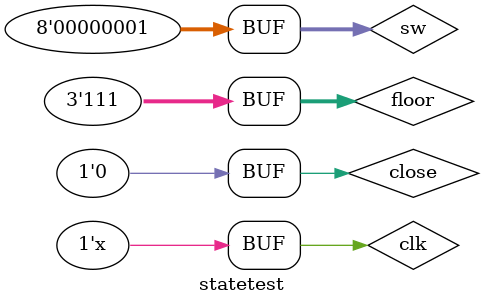
<source format=v>
`timescale 1ns / 1ps


module statetest;

	// Inputs
	reg [7:0] sw;
	reg close;
	reg clk;
	reg [2:0] floor;

	// Outputs
	wire dir;
	wire door;

	// Instantiate the Unit Under Test (UUT)
	
	state uut (
		.sw(sw), 
		.close(close), 
		.clk(clk), 
		.floor(floor), 
		.dir(dir), 
		.door(door)
	);

	initial begin
		// Initialize Inputs
		sw = 0;
		close = 0;
		clk = 0;
		floor = 0;

		// Wait 100 ns for global reset to finish
		#100;
		
		sw = 8'b10000000;
		#5000;
		close = 1;
		#100;
		close = 0;
		
		#5000 floor = 3'b111;
		
		#5000 sw = 8'b00000001;
		
        
		// Add stimulus here

	end
      always clk = #5 ~clk;
endmodule


</source>
